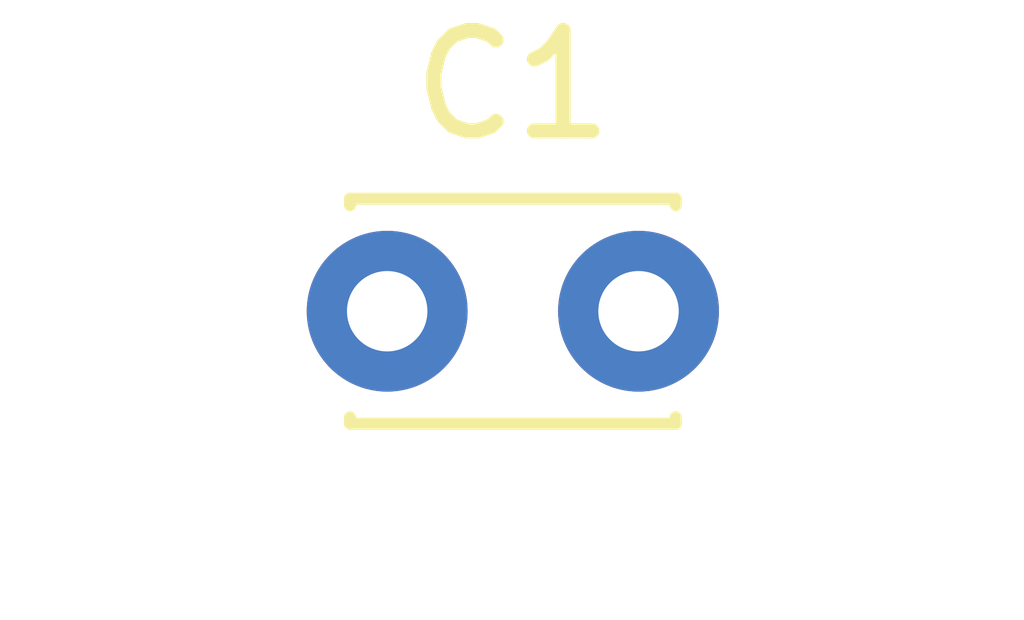
<source format=kicad_pcb>
(kicad_pcb (version 20240108) (generator "pcbnew") (generator_version "8.0")
  (layers (0 "F.Cu" signal) (31 "B.Cu" signal) (34 "B.Paste" user) (35 "F.Paste" user) (36 "B.SilkS" user "B.Silkscreen") (37 "F.SilkS" user "F.Silkscreen") (38 "B.Mask" user) (39 "F.Mask" user) (44 "Edge.Cuts" user))
  (net 0 "")
  (net 1 "Net-(C1-Pad2)")
  (net 2 "Net-(D2-A)")
  (footprint "Capacitor_THT:C_Disc_D3.0mm_W2.0mm_P2.50mm" (layer "F.Cu") (at 93 64.5)
    (property "Reference" "C1" (at 1.25 -2.25 0) (layer "F.SilkS"))
    (property "Value" "Capacitor_NP")
    (fp_line (start -0.37 -1.12) (end -0.37 -1.055) (stroke (width 0.12)) (layer "F.SilkS"))
    (fp_line (start -0.37 -1.12) (end 2.87 -1.12) (stroke (width 0.12)) (layer "F.SilkS"))
    (fp_line (start -0.37 1.055) (end -0.37 1.12) (stroke (width 0.12)) (layer "F.SilkS"))
    (fp_line (start -0.37 1.12) (end 2.87 1.12) (stroke (width 0.12)) (layer "F.SilkS"))
    (fp_line (start 2.87 -1.12) (end 2.87 -1.055) (stroke (width 0.12)) (layer "F.SilkS"))
    (fp_line (start 2.87 1.055) (end 2.87 1.12) (stroke (width 0.12)) (layer "F.SilkS"))
    (pad "1" thru_hole circle (at 0 0) (size 1.6 1.6) (drill 0.8) (layers "*.Cu" "*.Mask") (net 2 "Net-(D2-A)"))
    (pad "2" thru_hole circle (at 2.5 0) (size 1.6 1.6) (drill 0.8) (layers "*.Cu" "*.Mask") (net 1 "Net-(C1-Pad2)"))
  )
)
</source>
